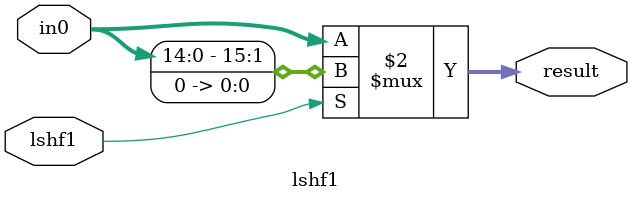
<source format=v>
`timescale 1ns / 1ps


module lshf1(
    input [15:0] in0,
    input lshf1,
    output [15:0] result
    );
    
    // if lshf1 is zero then pass output if it is 1 then pass a left shifted value
    
    assign result = lshf1 ? in0 << 1 : in0;
    
endmodule

</source>
